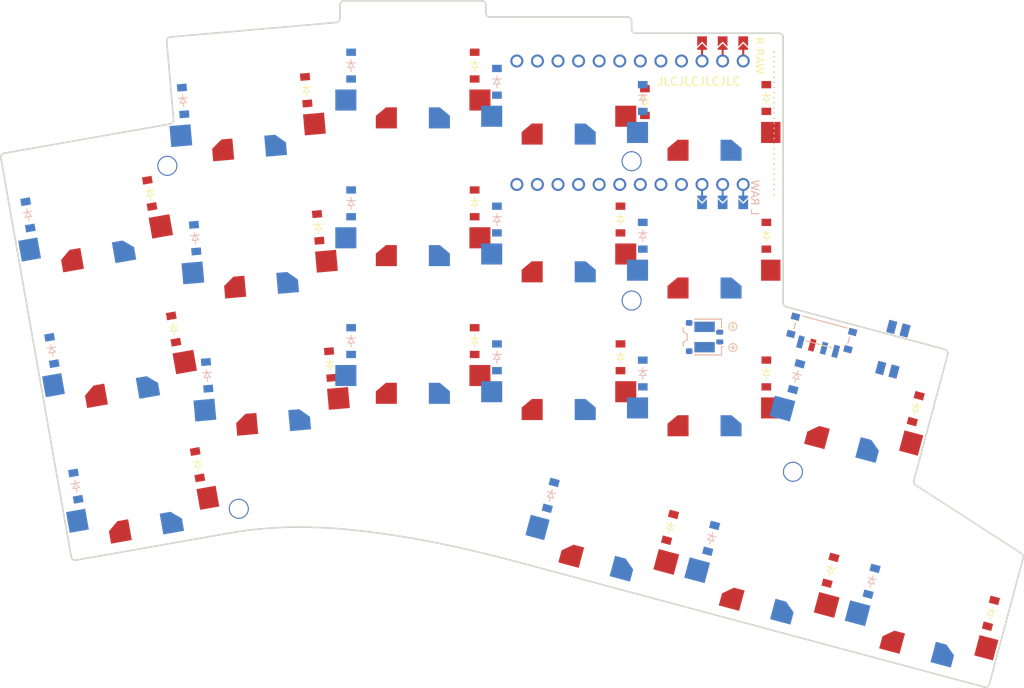
<source format=kicad_pcb>
(kicad_pcb (version 20171130) (host pcbnew 5.1.6)
  (title_block (title "leveret") (rev "v1.0.0") (company "Unknown"))
  (layers (0 F.Cu signal) (31 B.Cu signal) (34 B.Paste user) (35 F.Paste user) (36 B.SilkS user) (37 F.SilkS user) (38 B.Mask user) (39 F.Mask user) (44 Edge.Cuts user))
  (net 0 "")
  (net 1 "RAW")
  (net 2 "GND")
  (net 3 "RST")
  (net 4 "P5")
  (net 5 "P6")
  (net 6 "P7")
  (net 7 "P8")
  (net 8 "R4")
  (net 9 "R3")
  (net 10 "R2")
  (net 11 "R1")
  (net 12 "C7")
  (net 13 "C6")
  (net 14 "C5")
  (net 15 "C4")
  (net 16 "C3")
  (net 17 "C2")
  (net 18 "C1")
  (net 19 "P13")
  (net 20 "ring_bottom")
  (net 21 "ring_home")
  (net 22 "ring_top")
  (net 23 "middle_bottom")
  (net 24 "middle_home")
  (net 25 "middle_top")
  (net 26 "index_bottom")
  (net 27 "index_home")
  (net 28 "index_top")
  (net 29 "inner_bottom")
  (net 30 "base_lower")
  (net 31 "pinky_home")
  (net 32 "pinky_top")
  (net 33 "flexion_lower")
  (net 34 "inner_home")
  (net 35 "inner_top")
  (net 36 "base_upper")
  (net 37 "extension_lower")
  (net 38 "pinky_bottom")
  (net 39 "BAT_P")
  (net 40 "PAD_3")
  (net 41 "PAD_4")
  (net 42 "PAD_5")
  (module leveret_edge_cuts (layer Edge.Cuts) (at 134.0067282 83.43090169999999 0)
    (fp_text reference "O1" hide)
    (fp_text value leveret_edge_cuts hide)
    (fp_line (start -50.85347 -23.107964) (end -42.171163 26.132441) (stroke (width 0.2)) (layer "Edge.Cuts"))
    (fp_line (start -41.591871 26.537466) (end -23.471601 23.342495) (stroke (width 0.2)) (layer "Edge.Cuts"))
    (fp_line (start -30.384523 -37.493848) (end -29.539732 -27.836914) (stroke (width 0.2)) (layer "Edge.Cuts"))
    (fp_line (start -29.950928 -27.30091) (end -50.447835 -23.686998) (stroke (width 0.2)) (layer "Edge.Cuts"))
    (fp_line (start -23.471601 23.342495) (end -22.727811 23.211515) (stroke (width 0.2)) (layer "Edge.Cuts"))
    (fp_line (start -9.45766 -39.826768) (end -29.930028 -38.035834) (stroke (width 0.2)) (layer "Edge.Cuts"))
    (fp_line (start -9.001267 -41.998801) (end -9.001267 -40.324809) (stroke (width 0.2)) (layer "Edge.Cuts"))
    (fp_line (start 8.498533 -42.498796) (end -8.501273 -42.498796) (stroke (width 0.2)) (layer "Edge.Cuts"))
    (fp_line (start 8.998528 -40.998813) (end 8.998528 -41.998801) (stroke (width 0.2)) (layer "Edge.Cuts"))
    (fp_line (start 12.440391 26.636464) (end 13.161982 26.829455) (stroke (width 0.2)) (layer "Edge.Cuts"))
    (fp_line (start 13.161982 26.829455) (end 70.53703 42.203242) (stroke (width 0.2)) (layer "Edge.Cuts"))
    (fp_line (start 26.498332 -40.498818) (end 9.498522 -40.498818) (stroke (width 0.2)) (layer "Edge.Cuts"))
    (fp_line (start 26.998326 -38.998836) (end 26.998326 -39.998824) (stroke (width 0.2)) (layer "Edge.Cuts"))
    (fp_line (start 45.198116 -38.498841) (end 27.498321 -38.498841) (stroke (width 0.2)) (layer "Edge.Cuts"))
    (fp_line (start 45.69811 -5.211196) (end 45.69811 -37.998847) (stroke (width 0.2)) (layer "Edge.Cuts"))
    (fp_line (start 61.837125 16.718547) (end 66.01308 1.132726) (stroke (width 0.2)) (layer "Edge.Cuts"))
    (fp_line (start 65.65908 0.520734) (end 46.068605 -4.728169) (stroke (width 0.2)) (layer "Edge.Cuts"))
    (fp_line (start 71.150022 41.849242) (end 75.325969 26.263421) (stroke (width 0.2)) (layer "Edge.Cuts"))
    (fp_line (start 75.113974 25.714477) (end 62.048121 17.268529) (stroke (width 0.2)) (layer "Edge.Cuts"))
    (fp_curve (pts (xy -50.861 -23.195) (xy -50.861 -23.164971) (xy -50.858419 -23.135979) (xy -50.85347 -23.107964)) (stroke (width 0.2)) (layer "Edge.Cuts"))
    (fp_curve (pts (xy -50.447835 -23.686998) (xy -50.682482 -23.645983) (xy -50.861 -23.440968) (xy -50.861 -23.195)) (stroke (width 0.2)) (layer "Edge.Cuts"))
    (fp_curve (pts (xy -42.171163 26.132441) (xy -42.130017 26.366447) (xy -41.925063 26.545462) (xy -41.678694 26.545462)) (stroke (width 0.2)) (layer "Edge.Cuts"))
    (fp_curve (pts (xy -41.678694 26.545462) (xy -41.649081 26.545462) (xy -41.620067 26.542471) (xy -41.591871 26.537466)) (stroke (width 0.2)) (layer "Edge.Cuts"))
    (fp_curve (pts (xy -30.386422 -37.537793) (xy -30.386422 -37.522839) (xy -30.385823 -37.507825) (xy -30.384523 -37.493848)) (stroke (width 0.2)) (layer "Edge.Cuts"))
    (fp_curve (pts (xy -29.950928 -27.30091) (xy -29.716331 -27.341925) (xy -29.537833 -27.54694) (xy -29.537833 -27.793946)) (stroke (width 0.2)) (layer "Edge.Cuts"))
    (fp_curve (pts (xy -29.930028 -38.035834) (xy -30.185625 -38.0138) (xy -30.386422 -37.798837) (xy -30.386422 -37.537793)) (stroke (width 0.2)) (layer "Edge.Cuts"))
    (fp_curve (pts (xy -29.537833 -27.793946) (xy -29.537833 -27.807923) (xy -29.538433 -27.822938) (xy -29.539632 -27.836914)) (stroke (width 0.2)) (layer "Edge.Cuts"))
    (fp_curve (pts (xy -22.727811 23.211515) (xy -22.232016 23.123503) (xy -21.489124 23.011505) (xy -20.499135 22.874483)) (stroke (width 0.2)) (layer "Edge.Cuts"))
    (fp_curve (pts (xy -20.499135 22.874483) (xy -19.509147 22.73746) (xy -18.27416 22.623509) (xy -16.794277 22.532507)) (stroke (width 0.2)) (layer "Edge.Cuts"))
    (fp_curve (pts (xy -16.794277 22.532507) (xy -15.314294 22.440467) (xy -13.592314 22.431495) (xy -11.628236 22.506506)) (stroke (width 0.2)) (layer "Edge.Cuts"))
    (fp_curve (pts (xy -11.628236 22.506506) (xy -9.664159 22.581517) (xy -7.460983 22.778476) (xy -5.018711 23.097503)) (stroke (width 0.2)) (layer "Edge.Cuts"))
    (fp_curve (pts (xy -9.457763 -39.826768) (xy -9.202063 -39.848801) (xy -9.001267 -40.063765) (xy -9.001267 -40.324809)) (stroke (width 0.2)) (layer "Edge.Cuts"))
    (fp_curve (pts (xy -8.501273 -42.498796) (xy -8.777271 -42.498796) (xy -9.001267 -42.274799) (xy -9.001267 -41.998801)) (stroke (width 0.2)) (layer "Edge.Cuts"))
    (fp_curve (pts (xy -5.018711 23.097503) (xy -2.57644 23.415492) (xy -0.383564 23.762473) (xy 1.560014 24.138445)) (stroke (width 0.2)) (layer "Edge.Cuts"))
    (fp_curve (pts (xy 1.560014 24.138445) (xy 3.503492 24.513441) (xy 5.200674 24.868479) (xy 6.651455 25.202459)) (stroke (width 0.2)) (layer "Edge.Cuts"))
    (fp_curve (pts (xy 6.651455 25.202459) (xy 8.102137 25.537477) (xy 9.309426 25.827452) (xy 10.273213 26.073482)) (stroke (width 0.2)) (layer "Edge.Cuts"))
    (fp_curve (pts (xy 8.998528 -41.998801) (xy 8.998528 -42.274799) (xy 8.774531 -42.498796) (xy 8.498533 -42.498796)) (stroke (width 0.2)) (layer "Edge.Cuts"))
    (fp_curve (pts (xy 8.998528 -40.998813) (xy 8.998528 -40.722815) (xy 9.222524 -40.498818) (xy 9.498522 -40.498818)) (stroke (width 0.2)) (layer "Edge.Cuts"))
    (fp_curve (pts (xy 10.273213 26.073482) (xy 11.237005 26.319451) (xy 11.959393 26.507437) (xy 12.440391 26.636464)) (stroke (width 0.2)) (layer "Edge.Cuts"))
    (fp_curve (pts (xy 26.998326 -39.998824) (xy 26.998326 -40.274822) (xy 26.774322 -40.498818) (xy 26.498332 -40.498818)) (stroke (width 0.2)) (layer "Edge.Cuts"))
    (fp_curve (pts (xy 26.998326 -38.998836) (xy 26.998326 -38.722838) (xy 27.222323 -38.498841) (xy 27.498321 -38.498841)) (stroke (width 0.2)) (layer "Edge.Cuts"))
    (fp_curve (pts (xy 45.69811 -37.998847) (xy 45.69811 -38.274845) (xy 45.474114 -38.498841) (xy 45.198116 -38.498841)) (stroke (width 0.2)) (layer "Edge.Cuts"))
    (fp_curve (pts (xy 45.69811 -5.211196) (xy 45.69811 -4.98018) (xy 45.855312 -4.785175) (xy 46.068605 -4.728169)) (stroke (width 0.2)) (layer "Edge.Cuts"))
    (fp_curve (pts (xy 61.820127 16.848551) (xy 61.820127 17.024574) (xy 61.911129 17.17954) (xy 62.048121 17.268529)) (stroke (width 0.2)) (layer "Edge.Cuts"))
    (fp_curve (pts (xy 61.837125 16.718547) (xy 61.826123 16.760539) (xy 61.820127 16.803568) (xy 61.820127 16.848551)) (stroke (width 0.2)) (layer "Edge.Cuts"))
    (fp_curve (pts (xy 66.01308 1.132726) (xy 66.024081 1.091711) (xy 66.030078 1.048743) (xy 66.030078 1.00376)) (stroke (width 0.2)) (layer "Edge.Cuts"))
    (fp_curve (pts (xy 66.030078 1.00376) (xy 66.030078 0.772745) (xy 65.873082 0.57774) (xy 65.65908 0.520734)) (stroke (width 0.2)) (layer "Edge.Cuts"))
    (fp_curve (pts (xy 70.53703 42.203242) (xy 70.579029 42.214289) (xy 70.622028 42.220271) (xy 70.667026 42.220271)) (stroke (width 0.2)) (layer "Edge.Cuts"))
    (fp_curve (pts (xy 70.667026 42.220271) (xy 70.898026 42.220271) (xy 71.093024 42.06329) (xy 71.150022 41.849242)) (stroke (width 0.2)) (layer "Edge.Cuts"))
    (fp_curve (pts (xy 75.325969 26.263421) (xy 75.336971 26.222467) (xy 75.342975 26.178461) (xy 75.342975 26.134455)) (stroke (width 0.2)) (layer "Edge.Cuts"))
    (fp_curve (pts (xy 75.342975 26.134455) (xy 75.342975 25.958432) (xy 75.251973 25.803466) (xy 75.113974 25.714477)) (stroke (width 0.2)) (layer "Edge.Cuts"))
  )
  (module nice_nano_v2_expanded (layer F.Cu) (at 161.3067282 55.980901599999996 0)
    (fp_text reference "MCU1" hide)
    (fp_text value "ProMicro")
    (fp_text user "L RAW" (at 14.27325 11.43 270 unlocked) (layer "B.SilkS") (effects (justify left bottom mirror)))
    (fp_text user "R RAW" (at 14.861009 -10.578595 270 unlocked) (layer "F.SilkS") (effects (justify left bottom)))
    (fp_line (start 8.39325 -7.62) (end 8.39325 -9.398) (stroke (width 0.254)) (layer "F.Cu"))
    (fp_line (start 10.93325 -7.62) (end 10.93325 -9.398) (stroke (width 0.254)) (layer "F.Cu"))
    (fp_line (start 13.47325 -7.62) (end 13.47325 -9.398) (stroke (width 0.254)) (layer "F.Cu"))
    (fp_line (start 8.39325 7.62) (end 8.39325 9.398) (stroke (width 0.254)) (layer "B.Cu"))
    (fp_line (start 10.93325 7.62) (end 10.93325 9.398) (stroke (width 0.254)) (layer "B.Cu"))
    (fp_line (start 13.47325 7.62) (end 13.47325 9.398) (stroke (width 0.254)) (layer "B.Cu"))
    (pad "" smd custom (at 8.39325 -9.398 180) (size 0.1 0.1) (layers "F.Cu" "F.Mask") (options (clearance outline) (anchor rect)) (primitives (gr_poly (pts (xy 0.6 -0.4) (xy -0.6 -0.4) (xy -0.6 -0.2) (xy 0 0.4) (xy 0.6 -0.2)) (width 0) (fill yes))))
    (pad "" thru_hole circle (at 8.39325 -7.62 180) (size 1.6 1.6) (drill 1.1) (layers "*.Cu" "*.Paste" "*.Mask"))
    (pad "" thru_hole circle (at 8.39325 7.62 180) (size 1.6 1.6) (drill 1.1) (layers "*.Cu" "*.Paste" "*.Mask"))
    (pad "" smd custom (at 8.39325 9.398) (size 0.1 0.1) (layers "B.Cu" "B.Mask") (options (clearance outline) (anchor rect)) (primitives (gr_poly (pts (xy 0.6 -0.4) (xy -0.6 -0.4) (xy -0.6 -0.2) (xy 0 0.4) (xy 0.6 -0.2)) (width 0) (fill yes))))
    (pad "" smd custom (at 10.93325 -9.398 180) (size 0.1 0.1) (layers "F.Cu" "F.Mask") (options (clearance outline) (anchor rect)) (primitives (gr_poly (pts (xy 0.6 -0.4) (xy -0.6 -0.4) (xy -0.6 -0.2) (xy 0 0.4) (xy 0.6 -0.2)) (width 0) (fill yes))))
    (pad "" thru_hole circle (at 10.93325 -7.62 180) (size 1.6 1.6) (drill 1.1) (layers "*.Cu" "*.Paste" "*.Mask"))
    (pad "" thru_hole circle (at 10.93325 7.62 180) (size 1.6 1.6) (drill 1.1) (layers "*.Cu" "*.Paste" "*.Mask"))
    (pad "" smd custom (at 10.93325 9.398) (size 0.1 0.1) (layers "B.Cu" "B.Mask") (options (clearance outline) (anchor rect)) (primitives (gr_poly (pts (xy 0.6 -0.4) (xy -0.6 -0.4) (xy -0.6 -0.2) (xy 0 0.4) (xy 0.6 -0.2)) (width 0) (fill yes))))
    (pad "" smd custom (at 13.47325 -9.398 180) (size 0.1 0.1) (layers "F.Cu" "F.Mask") (options (clearance outline) (anchor rect)) (primitives (gr_poly (pts (xy 0.6 -0.4) (xy -0.6 -0.4) (xy -0.6 -0.2) (xy 0 0.4) (xy 0.6 -0.2)) (width 0) (fill yes))))
    (pad "" thru_hole circle (at 13.47325 -7.62 180) (size 1.6 1.6) (drill 1.1) (layers "*.Cu" "*.Paste" "*.Mask"))
    (pad "" thru_hole circle (at 13.47325 7.62 180) (size 1.6 1.6) (drill 1.1) (layers "*.Cu" "*.Paste" "*.Mask"))
    (pad "" smd custom (at 13.47325 9.398) (size 0.1 0.1) (layers "B.Cu" "B.Mask") (options (clearance outline) (anchor rect)) (primitives (gr_poly (pts (xy 0.6 -0.4) (xy -0.6 -0.4) (xy -0.6 -0.2) (xy 0 0.4) (xy 0.6 -0.2)) (width 0) (fill yes))))
    (pad "1" smd custom (at 13.47325 -10.414) (size 1.2 0.5) (layers "F.Cu" "F.Mask") (net 1 "RAW") (options (clearance outline) (anchor rect)) (primitives (gr_poly (pts (xy 0.6 0) (xy -0.6 0) (xy -0.6 1) (xy 0 0.4) (xy 0.6 1)) (width 0) (fill yes))))
    (pad "1" smd custom (at 13.47325 10.414) (size 1.2 0.5) (layers "B.Cu" "B.Mask") (net 1 "RAW") (options (clearance outline) (anchor rect)) (primitives (gr_poly (pts (xy 0.6 0) (xy -0.6 0) (xy -0.6 -1) (xy 0 -0.4) (xy 0.6 -1)) (width 0) (fill yes))))
    (pad "2" smd custom (at 10.93325 -10.414 180) (size 1.2 0.5) (layers "F.Cu" "F.Mask") (net 2 "GND") (options (clearance outline) (anchor rect)) (primitives (gr_poly (pts (xy 0.6 0) (xy -0.6 0) (xy -0.6 -1) (xy 0 -0.4) (xy 0.6 -1)) (width 0) (fill yes))))
    (pad "2" smd custom (at 10.93325 10.414) (size 1.2 0.5) (layers "B.Cu" "B.Mask") (net 2 "GND") (options (clearance outline) (anchor rect)) (primitives (gr_poly (pts (xy 0.6 0) (xy -0.6 0) (xy -0.6 -1) (xy 0 -0.4) (xy 0.6 -1)) (width 0) (fill yes))))
    (pad "3" smd custom (at 8.39325 -10.414 180) (size 1.2 0.5) (layers "F.Cu" "F.Mask") (net 3 "RST") (options (clearance outline) (anchor rect)) (primitives (gr_poly (pts (xy 0.6 0) (xy -0.6 0) (xy -0.6 -1) (xy 0 -0.4) (xy 0.6 -1)) (width 0) (fill yes))))
    (pad "3" smd custom (at 8.39325 10.414) (size 1.2 0.5) (layers "B.Cu" "B.Mask") (net 3 "RST") (options (clearance outline) (anchor rect)) (primitives (gr_poly (pts (xy 0.6 0) (xy -0.6 0) (xy -0.6 -1) (xy 0 -0.4) (xy 0.6 -1)) (width 0) (fill yes))))
    (pad "4" thru_hole circle (at 5.85325 -7.62 180) (size 1.6 1.6) (drill 1.1) (layers "*.Cu" "*.Paste" "*.Mask"))
    (pad "5" thru_hole circle (at 3.31325 -7.62 180) (size 1.6 1.6) (drill 1.1) (layers "*.Cu" "*.Paste" "*.Mask") (net 4 "P5"))
    (pad "6" thru_hole circle (at 0.77325 -7.62 180) (size 1.6 1.6) (drill 1.1) (layers "*.Cu" "*.Paste" "*.Mask") (net 5 "P6"))
    (pad "7" thru_hole circle (at -1.76675 -7.62 180) (size 1.6 1.6) (drill 1.1) (layers "*.Cu" "*.Paste" "*.Mask") (net 6 "P7"))
    (pad "8" thru_hole circle (at -4.30675 -7.62 180) (size 1.6 1.6) (drill 1.1) (layers "*.Cu" "*.Paste" "*.Mask") (net 7 "P8"))
    (pad "9" thru_hole circle (at -6.84675 -7.62 180) (size 1.6 1.6) (drill 1.1) (layers "*.Cu" "*.Paste" "*.Mask") (net 8 "R4"))
    (pad "10" thru_hole circle (at -9.38675 -7.62 180) (size 1.6 1.6) (drill 1.1) (layers "*.Cu" "*.Paste" "*.Mask") (net 9 "R3"))
    (pad "11" thru_hole circle (at -11.92675 -7.62 180) (size 1.6 1.6) (drill 1.1) (layers "*.Cu" "*.Paste" "*.Mask") (net 10 "R2"))
    (pad "12" thru_hole circle (at -14.46675 -7.62 180) (size 1.6 1.6) (drill 1.1) (layers "*.Cu" "*.Paste" "*.Mask") (net 11 "R1"))
    (pad "13" thru_hole circle (at -14.46675 7.62 180) (size 1.6 1.6) (drill 1.1) (layers "*.Cu" "*.Paste" "*.Mask") (net 19 "P13"))
    (pad "14" thru_hole circle (at -11.92675 7.62 180) (size 1.6 1.6) (drill 1.1) (layers "*.Cu" "*.Paste" "*.Mask") (net 18 "C1"))
    (pad "15" thru_hole circle (at -9.38675 7.62 180) (size 1.6 1.6) (drill 1.1) (layers "*.Cu" "*.Paste" "*.Mask") (net 17 "C2"))
    (pad "16" thru_hole circle (at -6.84675 7.62 180) (size 1.6 1.6) (drill 1.1) (layers "*.Cu" "*.Paste" "*.Mask") (net 16 "C3"))
    (pad "17" thru_hole circle (at -4.30675 7.62 180) (size 1.6 1.6) (drill 1.1) (layers "*.Cu" "*.Paste" "*.Mask") (net 15 "C4"))
    (pad "18" thru_hole circle (at -1.76675 7.62 180) (size 1.6 1.6) (drill 1.1) (layers "*.Cu" "*.Paste" "*.Mask") (net 14 "C5"))
    (pad "19" thru_hole circle (at 0.77325 7.62 180) (size 1.6 1.6) (drill 1.1) (layers "*.Cu" "*.Paste" "*.Mask") (net 13 "C6"))
    (pad "20" thru_hole circle (at 3.31325 7.62 180) (size 1.6 1.6) (drill 1.1) (layers "*.Cu" "*.Paste" "*.Mask") (net 12 "C7"))
    (pad "21" thru_hole circle (at 5.85325 7.62 180) (size 1.6 1.6) (drill 1.1) (layers "*.Cu" "*.Paste" "*.Mask"))
  )
  (module PG1350 (layer F.Cu) (at 116.2495351 86.9920945 185)
    (fp_text reference "S1" hide)
    (pad "" np_thru_hole circle (at 0 0) (size 3.429 3.429) (drill 3.429) (layers *.Cu *.Mask))
    (pad "" np_thru_hole circle (at 5.5 0) (size 1.7018 1.7018) (drill 1.7018) (layers *.Cu *.Mask))
    (pad "" np_thru_hole circle (at -5.5 0) (size 1.7018 1.7018) (drill 1.7018) (layers *.Cu *.Mask))
    (pad "" np_thru_hole circle (at 0 -5.95) (size 3 3) (drill 3) (layers *.Cu *.Mask))
    (pad 1 smd custom (at -3.275 -5.95 185) (size 1 1) (layers B.Cu B.Paste B.Mask) (options (clearance outline) (anchor rect)) (primitives (gr_poly (pts (xy -1.3 -1.3) (xy -1.3 0.25) (xy -0.05 1.3) (xy 1.3 1.3) (xy 1.3 -1.3)) (width 0))) (net 17 "C2"))
    (pad 2 smd rect (at 8.275 -3.75 185) (size 2.6 2.6) (layers B.Cu B.Paste B.Mask) (net 20 "ring_bottom"))
    (pad "" np_thru_hole circle (at 5 -3.75 195) (size 3 3) (drill 3) (layers *.Cu *.Mask))
    (pad 1 smd custom (at 3.275 -5.95 185) (size 0.5 0.5) (layers F.Cu F.Paste F.Mask) (options (clearance outline) (anchor rect)) (primitives (gr_poly (pts (xy -1.3 -1.3) (xy -1.3 1.3) (xy 0.05 1.3) (xy 1.3 0.25) (xy 1.3 -1.3)) (width 0))) (net 17 "C2"))
    (pad 2 smd rect (at -8.275 -3.75 185) (size 2.6 2.6) (layers F.Cu F.Paste F.Mask) (net 20 "ring_bottom"))
    (pad "" np_thru_hole circle (at -5 -3.75 195) (size 3 3) (drill 3) (layers *.Cu *.Mask))
  )
  (module PG1350 (layer F.Cu) (at 114.7678875 70.05678459999999 185)
    (fp_text reference "S2" hide)
    (pad "" np_thru_hole circle (at 0 0) (size 3.429 3.429) (drill 3.429) (layers *.Cu *.Mask))
    (pad "" np_thru_hole circle (at 5.5 0) (size 1.7018 1.7018) (drill 1.7018) (layers *.Cu *.Mask))
    (pad "" np_thru_hole circle (at -5.5 0) (size 1.7018 1.7018) (drill 1.7018) (layers *.Cu *.Mask))
    (pad "" np_thru_hole circle (at 0 -5.95) (size 3 3) (drill 3) (layers *.Cu *.Mask))
    (pad 1 smd custom (at -3.275 -5.95 185) (size 1 1) (layers B.Cu B.Paste B.Mask) (options (clearance outline) (anchor rect)) (primitives (gr_poly (pts (xy -1.3 -1.3) (xy -1.3 0.25) (xy -0.05 1.3) (xy 1.3 1.3) (xy 1.3 -1.3)) (width 0))) (net 17 "C2"))
    (pad 2 smd rect (at 8.275 -3.75 185) (size 2.6 2.6) (layers B.Cu B.Paste B.Mask) (net 21 "ring_home"))
    (pad "" np_thru_hole circle (at 5 -3.75 195) (size 3 3) (drill 3) (layers *.Cu *.Mask))
    (pad 1 smd custom (at 3.275 -5.95 185) (size 0.5 0.5) (layers F.Cu F.Paste F.Mask) (options (clearance outline) (anchor rect)) (primitives (gr_poly (pts (xy -1.3 -1.3) (xy -1.3 1.3) (xy 0.05 1.3) (xy 1.3 0.25) (xy 1.3 -1.3)) (width 0))) (net 17 "C2"))
    (pad 2 smd rect (at -8.275 -3.75 185) (size 2.6 2.6) (layers F.Cu F.Paste F.Mask) (net 21 "ring_home"))
    (pad "" np_thru_hole circle (at -5 -3.75 195) (size 3 3) (drill 3) (layers *.Cu *.Mask))
  )
  (module PG1350 (layer F.Cu) (at 113.2862399 53.121474699999986 185)
    (fp_text reference "S3" hide)
    (pad "" np_thru_hole circle (at 0 0) (size 3.429 3.429) (drill 3.429) (layers *.Cu *.Mask))
    (pad "" np_thru_hole circle (at 5.5 0) (size 1.7018 1.7018) (drill 1.7018) (layers *.Cu *.Mask))
    (pad "" np_thru_hole circle (at -5.5 0) (size 1.7018 1.7018) (drill 1.7018) (layers *.Cu *.Mask))
    (pad "" np_thru_hole circle (at 0 -5.95) (size 3 3) (drill 3) (layers *.Cu *.Mask))
    (pad 1 smd custom (at -3.275 -5.95 185) (size 1 1) (layers B.Cu B.Paste B.Mask) (options (clearance outline) (anchor rect)) (primitives (gr_poly (pts (xy -1.3 -1.3) (xy -1.3 0.25) (xy -0.05 1.3) (xy 1.3 1.3) (xy 1.3 -1.3)) (width 0))) (net 17 "C2"))
    (pad 2 smd rect (at 8.275 -3.75 185) (size 2.6 2.6) (layers B.Cu B.Paste B.Mask) (net 22 "ring_top"))
    (pad "" np_thru_hole circle (at 5 -3.75 195) (size 3 3) (drill 3) (layers *.Cu *.Mask))
    (pad 1 smd custom (at 3.275 -5.95 185) (size 0.5 0.5) (layers F.Cu F.Paste F.Mask) (options (clearance outline) (anchor rect)) (primitives (gr_poly (pts (xy -1.3 -1.3) (xy -1.3 1.3) (xy 0.05 1.3) (xy 1.3 0.25) (xy 1.3 -1.3)) (width 0))) (net 17 "C2"))
    (pad 2 smd rect (at -8.275 -3.75 185) (size 2.6 2.6) (layers F.Cu F.Paste F.Mask) (net 22 "ring_top"))
    (pad "" np_thru_hole circle (at -5 -3.75 195) (size 3 3) (drill 3) (layers *.Cu *.Mask))
  )
  (module PG1350 (layer F.Cu) (at 134.0067282 83.43090169999999 180)
    (fp_text reference "S4" hide)
    (pad "" np_thru_hole circle (at 0 0) (size 3.429 3.429) (drill 3.429) (layers *.Cu *.Mask))
    (pad "" np_thru_hole circle (at 5.5 0) (size 1.7018 1.7018) (drill 1.7018) (layers *.Cu *.Mask))
    (pad "" np_thru_hole circle (at -5.5 0) (size 1.7018 1.7018) (drill 1.7018) (layers *.Cu *.Mask))
    (pad "" np_thru_hole circle (at 0 -5.95) (size 3 3) (drill 3) (layers *.Cu *.Mask))
    (pad 1 smd custom (at -3.275 -5.95 180) (size 1 1) (layers B.Cu B.Paste B.Mask) (options (clearance outline) (anchor rect)) (primitives (gr_poly (pts (xy -1.3 -1.3) (xy -1.3 0.25) (xy -0.05 1.3) (xy 1.3 1.3) (xy 1.3 -1.3)) (width 0))) (net 16 "C3"))
    (pad 2 smd rect (at 8.275 -3.75 180) (size 2.6 2.6) (layers B.Cu B.Paste B.Mask) (net 23 "middle_bottom"))
    (pad "" np_thru_hole circle (at 5 -3.75 195) (size 3 3) (drill 3) (layers *.Cu *.Mask))
    (pad 1 smd custom (at 3.275 -5.95 180) (size 0.5 0.5) (layers F.Cu F.Paste F.Mask) (options (clearance outline) (anchor rect)) (primitives (gr_poly (pts (xy -1.3 -1.3) (xy -1.3 1.3) (xy 0.05 1.3) (xy 1.3 0.25) (xy 1.3 -1.3)) (width 0))) (net 16 "C3"))
    (pad 2 smd rect (at -8.275 -3.75 180) (size 2.6 2.6) (layers F.Cu F.Paste F.Mask) (net 23 "middle_bottom"))
    (pad "" np_thru_hole circle (at -5 -3.75 195) (size 3 3) (drill 3) (layers *.Cu *.Mask))
  )
  (module PG1350 (layer F.Cu) (at 134.0067282 66.43090169999999 180)
    (fp_text reference "S5" hide)
    (pad "" np_thru_hole circle (at 0 0) (size 3.429 3.429) (drill 3.429) (layers *.Cu *.Mask))
    (pad "" np_thru_hole circle (at 5.5 0) (size 1.7018 1.7018) (drill 1.7018) (layers *.Cu *.Mask))
    (pad "" np_thru_hole circle (at -5.5 0) (size 1.7018 1.7018) (drill 1.7018) (layers *.Cu *.Mask))
    (pad "" np_thru_hole circle (at 0 -5.95) (size 3 3) (drill 3) (layers *.Cu *.Mask))
    (pad 1 smd custom (at -3.275 -5.95 180) (size 1 1) (layers B.Cu B.Paste B.Mask) (options (clearance outline) (anchor rect)) (primitives (gr_poly (pts (xy -1.3 -1.3) (xy -1.3 0.25) (xy -0.05 1.3) (xy 1.3 1.3) (xy 1.3 -1.3)) (width 0))) (net 16 "C3"))
    (pad 2 smd rect (at 8.275 -3.75 180) (size 2.6 2.6) (layers B.Cu B.Paste B.Mask) (net 24 "middle_home"))
    (pad "" np_thru_hole circle (at 5 -3.75 195) (size 3 3) (drill 3) (layers *.Cu *.Mask))
    (pad 1 smd custom (at 3.275 -5.95 180) (size 0.5 0.5) (layers F.Cu F.Paste F.Mask) (options (clearance outline) (anchor rect)) (primitives (gr_poly (pts (xy -1.3 -1.3) (xy -1.3 1.3) (xy 0.05 1.3) (xy 1.3 0.25) (xy 1.3 -1.3)) (width 0))) (net 16 "C3"))
    (pad 2 smd rect (at -8.275 -3.75 180) (size 2.6 2.6) (layers F.Cu F.Paste F.Mask) (net 24 "middle_home"))
    (pad "" np_thru_hole circle (at -5 -3.75 195) (size 3 3) (drill 3) (layers *.Cu *.Mask))
  )
  (module PG1350 (layer F.Cu) (at 134.0067282 49.43090169999999 180)
    (fp_text reference "S6" hide)
    (pad "" np_thru_hole circle (at 0 0) (size 3.429 3.429) (drill 3.429) (layers *.Cu *.Mask))
    (pad "" np_thru_hole circle (at 5.5 0) (size 1.7018 1.7018) (drill 1.7018) (layers *.Cu *.Mask))
    (pad "" np_thru_hole circle (at -5.5 0) (size 1.7018 1.7018) (drill 1.7018) (layers *.Cu *.Mask))
    (pad "" np_thru_hole circle (at 0 -5.95) (size 3 3) (drill 3) (layers *.Cu *.Mask))
    (pad 1 smd custom (at -3.275 -5.95 180) (size 1 1) (layers B.Cu B.Paste B.Mask) (options (clearance outline) (anchor rect)) (primitives (gr_poly (pts (xy -1.3 -1.3) (xy -1.3 0.25) (xy -0.05 1.3) (xy 1.3 1.3) (xy 1.3 -1.3)) (width 0))) (net 16 "C3"))
    (pad 2 smd rect (at 8.275 -3.75 180) (size 2.6 2.6) (layers B.Cu B.Paste B.Mask) (net 25 "middle_top"))
    (pad "" np_thru_hole circle (at 5 -3.75 195) (size 3 3) (drill 3) (layers *.Cu *.Mask))
    (pad 1 smd custom (at 3.275 -5.95 180) (size 0.5 0.5) (layers F.Cu F.Paste F.Mask) (options (clearance outline) (anchor rect)) (primitives (gr_poly (pts (xy -1.3 -1.3) (xy -1.3 1.3) (xy 0.05 1.3) (xy 1.3 0.25) (xy 1.3 -1.3)) (width 0))) (net 16 "C3"))
    (pad 2 smd rect (at -8.275 -3.75 180) (size 2.6 2.6) (layers F.Cu F.Paste F.Mask) (net 25 "middle_top"))
    (pad "" np_thru_hole circle (at -5 -3.75 195) (size 3 3) (drill 3) (layers *.Cu *.Mask))
  )
  (module PG1350 (layer F.Cu) (at 152.0067282 85.43090169999999 180)
    (fp_text reference "S7" hide)
    (pad "" np_thru_hole circle (at 0 0) (size 3.429 3.429) (drill 3.429) (layers *.Cu *.Mask))
    (pad "" np_thru_hole circle (at 5.5 0) (size 1.7018 1.7018) (drill 1.7018) (layers *.Cu *.Mask))
    (pad "" np_thru_hole circle (at -5.5 0) (size 1.7018 1.7018) (drill 1.7018) (layers *.Cu *.Mask))
    (pad "" np_thru_hole circle (at 0 -5.95) (size 3 3) (drill 3) (layers *.Cu *.Mask))
    (pad 1 smd custom (at -3.275 -5.95 180) (size 1 1) (layers B.Cu B.Paste B.Mask) (options (clearance outline) (anchor rect)) (primitives (gr_poly (pts (xy -1.3 -1.3) (xy -1.3 0.25) (xy -0.05 1.3) (xy 1.3 1.3) (xy 1.3 -1.3)) (width 0))) (net 15 "C4"))
    (pad 2 smd rect (at 8.275 -3.75 180) (size 2.6 2.6) (layers B.Cu B.Paste B.Mask) (net 26 "index_bottom"))
    (pad "" np_thru_hole circle (at 5 -3.75 195) (size 3 3) (drill 3) (layers *.Cu *.Mask))
    (pad 1 smd custom (at 3.275 -5.95 180) (size 0.5 0.5) (layers F.Cu F.Paste F.Mask) (options (clearance outline) (anchor rect)) (primitives (gr_poly (pts (xy -1.3 -1.3) (xy -1.3 1.3) (xy 0.05 1.3) (xy 1.3 0.25) (xy 1.3 -1.3)) (width 0))) (net 15 "C4"))
    (pad 2 smd rect (at -8.275 -3.75 180) (size 2.6 2.6) (layers F.Cu F.Paste F.Mask) (net 26 "index_bottom"))
    (pad "" np_thru_hole circle (at -5 -3.75 195) (size 3 3) (drill 3) (layers *.Cu *.Mask))
  )
  (module PG1350 (layer F.Cu) (at 152.0067282 68.43090169999999 180)
    (fp_text reference "S8" hide)
    (pad "" np_thru_hole circle (at 0 0) (size 3.429 3.429) (drill 3.429) (layers *.Cu *.Mask))
    (pad "" np_thru_hole circle (at 5.5 0) (size 1.7018 1.7018) (drill 1.7018) (layers *.Cu *.Mask))
    (pad "" np_thru_hole circle (at -5.5 0) (size 1.7018 1.7018) (drill 1.7018) (layers *.Cu *.Mask))
    (pad "" np_thru_hole circle (at 0 -5.95) (size 3 3) (drill 3) (layers *.Cu *.Mask))
    (pad 1 smd custom (at -3.275 -5.95 180) (size 1 1) (layers B.Cu B.Paste B.Mask) (options (clearance outline) (anchor rect)) (primitives (gr_poly (pts (xy -1.3 -1.3) (xy -1.3 0.25) (xy -0.05 1.3) (xy 1.3 1.3) (xy 1.3 -1.3)) (width 0))) (net 15 "C4"))
    (pad 2 smd rect (at 8.275 -3.75 180) (size 2.6 2.6) (layers B.Cu B.Paste B.Mask) (net 27 "index_home"))
    (pad "" np_thru_hole circle (at 5 -3.75 195) (size 3 3) (drill 3) (layers *.Cu *.Mask))
    (pad 1 smd custom (at 3.275 -5.95 180) (size 0.5 0.5) (layers F.Cu F.Paste F.Mask) (options (clearance outline) (anchor rect)) (primitives (gr_poly (pts (xy -1.3 -1.3) (xy -1.3 1.3) (xy 0.05 1.3) (xy 1.3 0.25) (xy 1.3 -1.3)) (width 0))) (net 15 "C4"))
    (pad 2 smd rect (at -8.275 -3.75 180) (size 2.6 2.6) (layers F.Cu F.Paste F.Mask) (net 27 "index_home"))
    (pad "" np_thru_hole circle (at -5 -3.75 195) (size 3 3) (drill 3) (layers *.Cu *.Mask))
  )
  (module PG1350 (layer F.Cu) (at 152.0067282 51.43090169999999 180)
    (fp_text reference "S9" hide)
    (pad "" np_thru_hole circle (at 0 0) (size 3.429 3.429) (drill 3.429) (layers *.Cu *.Mask))
    (pad "" np_thru_hole circle (at 5.5 0) (size 1.7018 1.7018) (drill 1.7018) (layers *.Cu *.Mask))
    (pad "" np_thru_hole circle (at -5.5 0) (size 1.7018 1.7018) (drill 1.7018) (layers *.Cu *.Mask))
    (pad "" np_thru_hole circle (at 0 -5.95) (size 3 3) (drill 3) (layers *.Cu *.Mask))
    (pad 1 smd custom (at -3.275 -5.95 180) (size 1 1) (layers B.Cu B.Paste B.Mask) (options (clearance outline) (anchor rect)) (primitives (gr_poly (pts (xy -1.3 -1.3) (xy -1.3 0.25) (xy -0.05 1.3) (xy 1.3 1.3) (xy 1.3 -1.3)) (width 0))) (net 15 "C4"))
    (pad 2 smd rect (at 8.275 -3.75 180) (size 2.6 2.6) (layers B.Cu B.Paste B.Mask) (net 28 "index_top"))
    (pad "" np_thru_hole circle (at 5 -3.75 195) (size 3 3) (drill 3) (layers *.Cu *.Mask))
    (pad 1 smd custom (at 3.275 -5.95 180) (size 0.5 0.5) (layers F.Cu F.Paste F.Mask) (options (clearance outline) (anchor rect)) (primitives (gr_poly (pts (xy -1.3 -1.3) (xy -1.3 1.3) (xy 0.05 1.3) (xy 1.3 0.25) (xy 1.3 -1.3)) (width 0))) (net 15 "C4"))
    (pad 2 smd rect (at -8.275 -3.75 180) (size 2.6 2.6) (layers F.Cu F.Paste F.Mask) (net 28 "index_top"))
    (pad "" np_thru_hole circle (at -5 -3.75 195) (size 3 3) (drill 3) (layers *.Cu *.Mask))
  )
  (module PG1350 (layer F.Cu) (at 170.0067282 87.4309016 180)
    (fp_text reference "S10" hide)
    (pad "" np_thru_hole circle (at 0 0) (size 3.429 3.429) (drill 3.429) (layers *.Cu *.Mask))
    (pad "" np_thru_hole circle (at 5.5 0) (size 1.7018 1.7018) (drill 1.7018) (layers *.Cu *.Mask))
    (pad "" np_thru_hole circle (at -5.5 0) (size 1.7018 1.7018) (drill 1.7018) (layers *.Cu *.Mask))
    (pad "" np_thru_hole circle (at 0 -5.95) (size 3 3) (drill 3) (layers *.Cu *.Mask))
    (pad 1 smd custom (at -3.275 -5.95 180) (size 1 1) (layers B.Cu B.Paste B.Mask) (options (clearance outline) (anchor rect)) (primitives (gr_poly (pts (xy -1.3 -1.3) (xy -1.3 0.25) (xy -0.05 1.3) (xy 1.3 1.3) (xy 1.3 -1.3)) (width 0))) (net 14 "C5"))
    (pad 2 smd rect (at 8.275 -3.75 180) (size 2.6 2.6) (layers B.Cu B.Paste B.Mask) (net 29 "inner_bottom"))
    (pad "" np_thru_hole circle (at 5 -3.75 195) (size 3 3) (drill 3) (layers *.Cu *.Mask))
    (pad 1 smd custom (at 3.275 -5.95 180) (size 0.5 0.5) (layers F.Cu F.Paste F.Mask) (options (clearance outline) (anchor rect)) (primitives (gr_poly (pts (xy -1.3 -1.3) (xy -1.3 1.3) (xy 0.05 1.3) (xy 1.3 0.25) (xy 1.3 -1.3)) (width 0))) (net 14 "C5"))
    (pad 2 smd rect (at -8.275 -3.75 180) (size 2.6 2.6) (layers F.Cu F.Paste F.Mask) (net 29 "inner_bottom"))
    (pad "" np_thru_hole circle (at -5 -3.75 195) (size 3 3) (drill 3) (layers *.Cu *.Mask))
  )
  (module PG1350 (layer F.Cu) (at 178.0582076 109.736692 165)
    (fp_text reference "S11" hide)
    (pad "" np_thru_hole circle (at 0 0) (size 3.429 3.429) (drill 3.429) (layers *.Cu *.Mask))
    (pad "" np_thru_hole circle (at 5.5 0) (size 1.7018 1.7018) (drill 1.7018) (layers *.Cu *.Mask))
    (pad "" np_thru_hole circle (at -5.5 0) (size 1.7018 1.7018) (drill 1.7018) (layers *.Cu *.Mask))
    (pad "" np_thru_hole circle (at 0 -5.95) (size 3 3) (drill 3) (layers *.Cu *.Mask))
    (pad 1 smd custom (at -3.275 -5.95 165) (size 1 1) (layers B.Cu B.Paste B.Mask) (options (clearance outline) (anchor rect)) (primitives (gr_poly (pts (xy -1.3 -1.3) (xy -1.3 0.25) (xy -0.05 1.3) (xy 1.3 1.3) (xy 1.3 -1.3)) (width 0))) (net 13 "C6"))
    (pad 2 smd rect (at 8.275 -3.75 165) (size 2.6 2.6) (layers B.Cu B.Paste B.Mask) (net 30 "base_lower"))
    (pad "" np_thru_hole circle (at 5 -3.75 195) (size 3 3) (drill 3) (layers *.Cu *.Mask))
    (pad 1 smd custom (at 3.275 -5.95 165) (size 0.5 0.5) (layers F.Cu F.Paste F.Mask) (options (clearance outline) (anchor rect)) (primitives (gr_poly (pts (xy -1.3 -1.3) (xy -1.3 1.3) (xy 0.05 1.3) (xy 1.3 0.25) (xy 1.3 -1.3)) (width 0))) (net 13 "C6"))
    (pad 2 smd rect (at -8.275 -3.75 165) (size 2.6 2.6) (layers F.Cu F.Paste F.Mask) (net 30 "base_lower"))
    (pad "" np_thru_hole circle (at -5 -3.75 195) (size 3 3) (drill 3) (layers *.Cu *.Mask))
  )
  (module PG1350 (layer F.Cu) (at 97.047981 83.2582682 190)
    (fp_text reference "S12" hide)
    (pad "" np_thru_hole circle (at 0 0) (size 3.429 3.429) (drill 3.429) (layers *.Cu *.Mask))
    (pad "" np_thru_hole circle (at 5.5 0) (size 1.7018 1.7018) (drill 1.7018) (layers *.Cu *.Mask))
    (pad "" np_thru_hole circle (at -5.5 0) (size 1.7018 1.7018) (drill 1.7018) (layers *.Cu *.Mask))
    (pad "" np_thru_hole circle (at 0 -5.95) (size 3 3) (drill 3) (layers *.Cu *.Mask))
    (pad 1 smd custom (at -3.275 -5.95 190) (size 1 1) (layers B.Cu B.Paste B.Mask) (options (clearance outline) (anchor rect)) (primitives (gr_poly (pts (xy -1.3 -1.3) (xy -1.3 0.25) (xy -0.05 1.3) (xy 1.3 1.3) (xy 1.3 -1.3)) (width 0))) (net 18 "C1"))
    (pad 2 smd rect (at 8.175 -3.75 190) (size 2.4 2.6) (layers B.Cu B.Paste B.Mask) (net 31 "pinky_home"))
    (pad "" np_thru_hole circle (at 5 -3.75 195) (size 3 3) (drill 3) (layers *.Cu *.Mask))
    (pad 1 smd custom (at 3.275 -5.95 190) (size 0.5 0.5) (layers F.Cu F.Paste F.Mask) (options (clearance outline) (anchor rect)) (primitives (gr_poly (pts (xy -1.3 -1.3) (xy -1.3 1.3) (xy 0.05 1.3) (xy 1.3 0.25) (xy 1.3 -1.3)) (width 0))) (net 18 "C1"))
    (pad 2 smd rect (at -8.275 -3.75 190) (size 2.6 2.6) (layers F.Cu F.Paste F.Mask) (net 31 "pinky_home"))
    (pad "" np_thru_hole circle (at -5 -3.75 195) (size 3 3) (drill 3) (layers *.Cu *.Mask))
  )
  (module PG1350 (layer F.Cu) (at 94.09596199999999 66.5165364 190)
    (fp_text reference "S13" hide)
    (pad "" np_thru_hole circle (at 0 0) (size 3.429 3.429) (drill 3.429) (layers *.Cu *.Mask))
    (pad "" np_thru_hole circle (at 5.5 0) (size 1.7018 1.7018) (drill 1.7018) (layers *.Cu *.Mask))
    (pad "" np_thru_hole circle (at -5.5 0) (size 1.7018 1.7018) (drill 1.7018) (layers *.Cu *.Mask))
    (pad "" np_thru_hole circle (at 0 -5.95) (size 3 3) (drill 3) (layers *.Cu *.Mask))
    (pad 1 smd custom (at -3.275 -5.95 190) (size 1 1) (layers B.Cu B.Paste B.Mask) (options (clearance outline) (anchor rect)) (primitives (gr_poly (pts (xy -1.3 -1.3) (xy -1.3 0.25) (xy -0.05 1.3) (xy 1.3 1.3) (xy 1.3 -1.3)) (width 0))) (net 18 "C1"))
    (pad 2 smd rect (at 8.175 -3.75 190) (size 2.4 2.6) (layers B.Cu B.Paste B.Mask) (net 32 "pinky_top"))
    (pad "" np_thru_hole circle (at 5 -3.75 195) (size 3 3) (drill 3) (layers *.Cu *.Mask))
    (pad 1 smd custom (at 3.275 -5.95 190) (size 0.5 0.5) (layers F.Cu F.Paste F.Mask) (options (clearance outline) (anchor rect)) (primitives (gr_poly (pts (xy -1.3 -1.3) (xy -1.3 1.3) (xy 0.05 1.3) (xy 1.3 0.25) (xy 1.3 -1.3)) (width 0))) (net 18 "C1"))
    (pad 2 smd rect (at -8.275 -3.75 190) (size 2.6 2.6) (layers F.Cu F.Paste F.Mask) (net 32 "pinky_top"))
    (pad "" np_thru_hole circle (at -5 -3.75 195) (size 3 3) (drill 3) (layers *.Cu *.Mask))
  )
  (module PG1350 (layer F.Cu) (at 158.2567282 104.4309016 165)
    (fp_text reference "S14" hide)
    (pad "" np_thru_hole circle (at 0 0) (size 3.429 3.429) (drill 3.429) (layers *.Cu *.Mask))
    (pad "" np_thru_hole circle (at 5.5 0) (size 1.7018 1.7018) (drill 1.7018) (layers *.Cu *.Mask))
    (pad "" np_thru_hole circle (at -5.5 0) (size 1.7018 1.7018) (drill 1.7018) (layers *.Cu *.Mask))
    (pad "" np_thru_hole circle (at 0 -5.95) (size 3 3) (drill 3) (layers *.Cu *.Mask))
    (pad 1 smd custom (at -3.275 -5.95 165) (size 1 1) (layers B.Cu B.Paste B.Mask) (options (clearance outline) (anchor rect)) (primitives (gr_poly (pts (xy -1.3 -1.3) (xy -1.3 0.25) (xy -0.05 1.3) (xy 1.3 1.3) (xy 1.3 -1.3)) (width 0))) (net 14 "C5"))
    (pad 2 smd rect (at 8.175 -3.75 165) (size 2.4 2.6) (layers B.Cu B.Paste B.Mask) (net 33 "flexion_lower"))
    (pad "" np_thru_hole circle (at 5 -3.75 195) (size 3 3) (drill 3) (layers *.Cu *.Mask))
    (pad 1 smd custom (at 3.275 -5.95 165) (size 0.5 0.5) (layers F.Cu F.Paste F.Mask) (options (clearance outline) (anchor rect)) (primitives (gr_poly (pts (xy -1.3 -1.3) (xy -1.3 1.3) (xy 0.05 1.3) (xy 1.3 0.25) (xy 1.3 -1.3)) (width 0))) (net 14 "C5"))
    (pad 2 smd rect (at -8.275 -3.75 165) (size 2.6 2.6) (layers F.Cu F.Paste F.Mask) (net 33 "flexion_lower"))
    (pad "" np_thru_hole circle (at -5 -3.75 195) (size 3 3) (drill 3) (layers *.Cu *.Mask))
  )
  (module PG1350 (layer F.Cu) (at 170.0067282 70.4309016 180)
    (fp_text reference "S15" hide)
    (pad "" np_thru_hole circle (at 0 0) (size 3.429 3.429) (drill 3.429) (layers *.Cu *.Mask))
    (pad "" np_thru_hole circle (at 5.5 0) (size 1.7018 1.7018) (drill 1.7018) (layers *.Cu *.Mask))
    (pad "" np_thru_hole circle (at -5.5 0) (size 1.7018 1.7018) (drill 1.7018) (layers *.Cu *.Mask))
    (pad "" np_thru_hole circle (at 0 -5.95) (size 3 3) (drill 3) (layers *.Cu *.Mask))
    (pad 1 smd custom (at -3.275 -5.95 180) (size 1 1) (layers B.Cu B.Paste B.Mask) (options (clearance outline) (anchor rect)) (primitives (gr_poly (pts (xy -1.3 -1.3) (xy -1.3 0.25) (xy -0.05 1.3) (xy 1.3 1.3) (xy 1.3 -1.3)) (width 0))) (net 14 "C5"))
    (pad 2 smd rect (at 8.275 -3.75 180) (size 2.6 2.6) (layers B.Cu B.Paste B.Mask) (net 34 "inner_home"))
    (pad "" np_thru_hole circle (at 5 -3.75 195) (size 3 3) (drill 3) (layers *.Cu *.Mask))
    (pad 1 smd custom (at 3.275 -5.95 180) (size 0.5 0.5) (layers F.Cu F.Paste F.Mask) (options (clearance outline) (anchor rect)) (primitives (gr_poly (pts (xy -1.3 -1.3) (xy -1.3 1.3) (xy 0.05 1.3) (xy 1.3 0.25) (xy 1.3 -1.3)) (width 0))) (net 14 "C5"))
    (pad 2 smd rect (at -8.175 -3.75 180) (size 2.4 2.6) (layers F.Cu F.Paste F.Mask) (net 34 "inner_home"))
    (pad "" np_thru_hole circle (at -5 -3.75 195) (size 3 3) (drill 3) (layers *.Cu *.Mask))
  )
  (module PG1350 (layer F.Cu) (at 170.0067282 53.4309016 180)
    (fp_text reference "S16" hide)
    (pad "" np_thru_hole circle (at 0 0) (size 3.429 3.429) (drill 3.429) (layers *.Cu *.Mask))
    (pad "" np_thru_hole circle (at 5.5 0) (size 1.7018 1.7018) (drill 1.7018) (layers *.Cu *.Mask))
    (pad "" np_thru_hole circle (at -5.5 0) (size 1.7018 1.7018) (drill 1.7018) (layers *.Cu *.Mask))
    (pad "" np_thru_hole circle (at 0 -5.95) (size 3 3) (drill 3) (layers *.Cu *.Mask))
    (pad 1 smd custom (at -3.275 -5.95 180) (size 1 1) (layers B.Cu B.Paste B.Mask) (options (clearance outline) (anchor rect)) (primitives (gr_poly (pts (xy -1.3 -1.3) (xy -1.3 0.25) (xy -0.05 1.3) (xy 1.3 1.3) (xy 1.3 -1.3)) (width 0))) (net 14 "C5"))
    (pad 2 smd rect (at 8.275 -3.75 180) (size 2.6 2.6) (layers B.Cu B.Paste B.Mask) (net 35 "inner_top"))
    (pad "" np_thru_hole circle (at 5 -3.75 195) (size 3 3) (drill 3) (layers *.Cu *.Mask))
    (pad 1 smd custom (at 3.275 -5.95 180) (size 0.5 0.5) (layers F.Cu F.Paste F.Mask) (options (clearance outline) (anchor rect)) (primitives (gr_poly (pts (xy -1.3 -1.3) (xy -1.3 1.3) (xy 0.05 1.3) (xy 1.3 0.25) (xy 1.3 -1.3)) (width 0))) (net 14 "C5"))
    (pad 2 smd rect (at -8.175 -3.75 180) (size 2.4 2.6) (layers F.Cu F.Paste F.Mask) (net 35 "inner_top"))
    (pad "" np_thru_hole circle (at -5 -3.75 195) (size 3 3) (drill 3) (layers *.Cu *.Mask))
  )
  (module PG1350 (layer F.Cu) (at 188.58185580000003 89.7804191 165)
    (fp_text reference "S17" hide)
    (pad "" np_thru_hole circle (at 0 0) (size 3.429 3.429) (drill 3.429) (layers *.Cu *.Mask))
    (pad "" np_thru_hole circle (at 5.5 0) (size 1.7018 1.7018) (drill 1.7018) (layers *.Cu *.Mask))
    (pad "" np_thru_hole circle (at -5.5 0) (size 1.7018 1.7018) (drill 1.7018) (layers *.Cu *.Mask))
    (pad "" np_thru_hole circle (at 0 -5.95) (size 3 3) (drill 3) (layers *.Cu *.Mask))
    (pad 1 smd custom (at -3.275 -5.95 165) (size 1 1) (layers B.Cu B.Paste B.Mask) (options (clearance outline) (anchor rect)) (primitives (gr_poly (pts (xy -1.3 -1.3) (xy -1.3 0.25) (xy -0.05 1.3) (xy 1.3 1.3) (xy 1.3 -1.3)) (width 0))) (net 13 "C6"))
    (pad 2 smd rect (at 8.275 -3.75 165) (size 2.6 2.6) (layers B.Cu B.Paste B.Mask) (net 36 "base_upper"))
    (pad "" np_thru_hole circle (at 5 -3.75 195) (size 3 3) (drill 3) (layers *.Cu *.Mask))
    (pad 1 smd custom (at 3.275 -5.95 165) (size 0.5 0.5) (layers F.Cu F.Paste F.Mask) (options (clearance outline) (anchor rect)) (primitives (gr_poly (pts (xy -1.3 -1.3) (xy -1.3 1.3) (xy 0.05 1.3) (xy 1.3 0.25) (xy 1.3 -1.3)) (width 0))) (net 13 "C6"))
    (pad 2 smd rect (at -8.175 -3.75 165) (size 2.4 2.6) (layers F.Cu F.Paste F.Mask) (net 36 "base_upper"))
    (pad "" np_thru_hole circle (at -5 -3.75 195) (size 3 3) (drill 3) (layers *.Cu *.Mask))
  )
  (module PG1350 (layer F.Cu) (at 197.8596871 115.0424824 165)
    (fp_text reference "S18" hide)
    (pad "" np_thru_hole circle (at 0 0) (size 3.429 3.429) (drill 3.429) (layers *.Cu *.Mask))
    (pad "" np_thru_hole circle (at 5.5 0) (size 1.7018 1.7018) (drill 1.7018) (layers *.Cu *.Mask))
    (pad "" np_thru_hole circle (at -5.5 0) (size 1.7018 1.7018) (drill 1.7018) (layers *.Cu *.Mask))
    (pad "" np_thru_hole circle (at 0 -5.95) (size 3 3) (drill 3) (layers *.Cu *.Mask))
    (pad 1 smd custom (at -3.275 -5.95 165) (size 1 1) (layers B.Cu B.Paste B.Mask) (options (clearance outline) (anchor rect)) (primitives (gr_poly (pts (xy -1.3 -1.3) (xy -1.3 0.25) (xy -0.05 1.3) (xy 1.3 1.3) (xy 1.3 -1.3)) (width 0))) (net 12 "C7"))
    (pad 2 smd rect (at 8.275 -3.75 165) (size 2.6 2.6) (layers B.Cu B.Paste B.Mask) (net 37 "extension_lower"))
    (pad "" np_thru_hole circle (at 5 -3.75 195) (size 3 3) (drill 3) (layers *.Cu *.Mask))
    (pad 1 smd custom (at 3.275 -5.95 165) (size 0.5 0.5) (layers F.Cu F.Paste F.Mask) (options (clearance outline) (anchor rect)) (primitives (gr_poly (pts (xy -1.3 -1.3) (xy -1.3 1.3) (xy 0.05 1.3) (xy 1.3 0.25) (xy 1.3 -1.3)) (width 0))) (net 12 "C7"))
    (pad 2 smd rect (at -8.175 -3.75 165) (size 2.4 2.6) (layers F.Cu F.Paste F.Mask) (net 37 "extension_lower"))
    (pad "" np_thru_hole circle (at -5 -3.75 195) (size 3 3) (drill 3) (layers *.Cu *.Mask))
  )
  (module PG1350 (layer F.Cu) (at 100 100 190)
    (fp_text reference "S19" hide)
    (pad "" np_thru_hole circle (at 0 0) (size 3.429 3.429) (drill 3.429) (layers *.Cu *.Mask))
    (pad "" np_thru_hole circle (at 5.5 0) (size 1.7018 1.7018) (drill 1.7018) (layers *.Cu *.Mask))
    (pad "" np_thru_hole circle (at -5.5 0) (size 1.7018 1.7018) (drill 1.7018) (layers *.Cu *.Mask))
    (pad "" np_thru_hole circle (at 0 -5.95) (size 3 3) (drill 3) (layers *.Cu *.Mask))
    (pad 1 smd custom (at -3.275 -5.95 190) (size 1 1) (layers B.Cu B.Paste B.Mask) (options (clearance outline) (anchor rect)) (primitives (gr_poly (pts (xy -1.3 -1.3) (xy -1.3 0.25) (xy -0.05 1.3) (xy 1.3 1.3) (xy 1.3 -1.3)) (width 0))) (net 18 "C1"))
    (pad 2 smd rect (at 8.175 -3.75 190) (size 2.4 2.6) (layers B.Cu B.Paste B.Mask) (net 38 "pinky_bottom"))
    (pad "" np_thru_hole circle (at 5 -3.75 195) (size 3 3) (drill 3) (layers *.Cu *.Mask))
    (pad 1 smd custom (at 3.275 -5.95 190) (size 0.5 0.5) (layers F.Cu F.Paste F.Mask) (options (clearance outline) (anchor rect)) (primitives (gr_poly (pts (xy -1.3 -1.3) (xy -1.3 1.3) (xy 0.05 1.3) (xy 1.3 0.25) (xy 1.3 -1.3)) (width 0))) (net 18 "C1"))
    (pad 2 smd rect (at -8.175 -3.75 190) (size 2.4 2.6) (layers F.Cu F.Paste F.Mask) (net 38 "pinky_bottom"))
    (pad "" np_thru_hole circle (at -5 -3.75 195) (size 3 3) (drill 3) (layers *.Cu *.Mask))
  )
  (module ComboDiode (layer B.Cu) (at 92.4040168 100.8316635 -80)
    (fp_text reference "D1" hide)
    (pad 2 smd rect (at 1.65 0 -80) (size 0.9 1.2) (layers B.Cu B.Paste B.Mask) (net 38 "pinky_bottom"))
    (pad 1 smd rect (at -1.65 0 -80) (size 0.9 1.2) (layers B.Cu B.Paste B.Mask) (net 9 "R3"))
  )
  (module ComboDiode (layer B.Cu) (at 89.45199779999999 84.08993170000001 -80)
    (fp_text reference "D2" hide)
    (pad 2 smd rect (at 1.65 0 -80) (size 0.9 1.2) (layers B.Cu B.Paste B.Mask) (net 31 "pinky_home"))
    (pad 1 smd rect (at -1.65 0 -80) (size 0.9 1.2) (layers B.Cu B.Paste B.Mask) (net 10 "R2"))
  )
  (module ComboDiode (layer B.Cu) (at 86.49997879999998 67.34819990000001 -80)
    (fp_text reference "D3" hide)
    (pad 2 smd rect (at 1.65 0 -80) (size 0.9 1.2) (layers B.Cu B.Paste B.Mask) (net 32 "pinky_top"))
    (pad 1 smd rect (at -1.65 0 -80) (size 0.9 1.2) (layers B.Cu B.Paste B.Mask) (net 11 "R1"))
  )
  (module ComboDiode (layer B.Cu) (at 108.6099727 87.1585597 -85)
    (fp_text reference "D4" hide)
    (pad 2 smd rect (at 1.65 0 -85) (size 0.9 1.2) (layers B.Cu B.Paste B.Mask) (net 20 "ring_bottom"))
    (pad 1 smd rect (at -1.65 0 -85) (size 0.9 1.2) (layers B.Cu B.Paste B.Mask) (net 9 "R3"))
  )
  (module ComboDiode (layer B.Cu) (at 107.1283251 70.22324979999999 -85)
    (fp_text reference "D5" hide)
    (pad 2 smd rect (at 1.65 0 -85) (size 0.9 1.2) (layers B.Cu B.Paste B.Mask) (net 21 "ring_home"))
    (pad 1 smd rect (at -1.65 0 -85) (size 0.9 1.2) (layers B.Cu B.Paste B.Mask) (net 10 "R2"))
  )
  (module ComboDiode (layer B.Cu) (at 105.6466775 53.287939899999984 -85)
    (fp_text reference "D6" hide)
    (pad 2 smd rect (at 1.65 0 -85) (size 0.9 1.2) (layers B.Cu B.Paste B.Mask) (net 22 "ring_top"))
    (pad 1 smd rect (at -1.65 0 -85) (size 0.9 1.2) (layers B.Cu B.Paste B.Mask) (net 11 "R1"))
  )
  (module ComboDiode (layer B.Cu) (at 126.3817282 82.93090169999999 -90)
    (fp_text reference "D7" hide)
    (pad 2 smd rect (at 1.65 0 -90) (size 0.9 1.2) (layers B.Cu B.Paste B.Mask) (net 23 "middle_bottom"))
    (pad 1 smd rect (at -1.65 0 -90) (size 0.9 1.2) (layers B.Cu B.Paste B.Mask) (net 9 "R3"))
  )
  (module ComboDiode (layer B.Cu) (at 126.3817282 65.93090169999999 -90)
    (fp_text reference "D8" hide)
    (pad 2 smd rect (at 1.65 0 -90) (size 0.9 1.2) (layers B.Cu B.Paste B.Mask) (net 24 "middle_home"))
    (pad 1 smd rect (at -1.65 0 -90) (size 0.9 1.2) (layers B.Cu B.Paste B.Mask) (net 10 "R2"))
  )
  (module ComboDiode (layer B.Cu) (at 126.3817282 48.93090169999999 -90)
    (fp_text reference "D9" hide)
    (pad 2 smd rect (at 1.65 0 -90) (size 0.9 1.2) (layers B.Cu B.Paste B.Mask) (net 25 "middle_top"))
    (pad 1 smd rect (at -1.65 0 -90) (size 0.9 1.2) (layers B.Cu B.Paste B.Mask) (net 11 "R1"))
  )
  (module ComboDiode (layer B.Cu) (at 144.3817282 84.93090169999999 -90)
    (fp_text reference "D10" hide)
    (pad 2 smd rect (at 1.65 0 -90) (size 0.9 1.2) (layers B.Cu B.Paste B.Mask) (net 26 "index_bottom"))
    (pad 1 smd rect (at -1.65 0 -90) (size 0.9 1.2) (layers B.Cu B.Paste B.Mask) (net 9 "R3"))
  )
  (module ComboDiode (layer B.Cu) (at 144.3817282 67.93090169999999 -90)
    (fp_text reference "D11" hide)
    (pad 2 smd rect (at 1.65 0 -90) (size 0.9 1.2) (layers B.Cu B.Paste B.Mask) (net 27 "index_home"))
    (pad 1 smd rect (at -1.65 0 -90) (size 0.9 1.2) (layers B.Cu B.Paste B.Mask) (net 10 "R2"))
  )
  (module ComboDiode (layer B.Cu) (at 144.3817282 50.93090169999999 -90)
    (fp_text reference "D12" hide)
    (pad 2 smd rect (at 1.65 0 -90) (size 0.9 1.2) (layers B.Cu B.Paste B.Mask) (net 28 "index_top"))
    (pad 1 smd rect (at -1.65 0 -90) (size 0.9 1.2) (layers B.Cu B.Paste B.Mask) (net 11 "R1"))
  )
  (module ComboDiode (layer B.Cu) (at 162.3817282 86.9309016 -90)
    (fp_text reference "D13" hide)
    (pad 2 smd rect (at 1.65 0 -90) (size 0.9 1.2) (layers B.Cu B.Paste B.Mask) (net 29 "inner_bottom"))
    (pad 1 smd rect (at -1.65 0 -90) (size 0.9 1.2) (layers B.Cu B.Paste B.Mask) (net 9 "R3"))
  )
  (module ComboDiode (layer B.Cu) (at 162.3817282 69.9309016 -90)
    (fp_text reference "D14" hide)
    (pad 2 smd rect (at 1.65 0 -90) (size 0.9 1.2) (layers B.Cu B.Paste B.Mask) (net 34 "inner_home"))
    (pad 1 smd rect (at -1.65 0 -90) (size 0.9 1.2) (layers B.Cu B.Paste B.Mask) (net 10 "R2"))
  )
  (module ComboDiode (layer B.Cu) (at 162.3817282 52.9309016 -90)
    (fp_text reference "D15" hide)
    (pad 2 smd rect (at 1.65 0 -90) (size 0.9 1.2) (layers B.Cu B.Paste B.Mask) (net 35 "inner_top"))
    (pad 1 smd rect (at -1.65 0 -90) (size 0.9 1.2) (layers B.Cu B.Paste B.Mask) (net 11 "R1"))
  )
  (module ComboDiode (layer B.Cu) (at 151.0209533 101.97444349999999 -105)
    (fp_text reference "D16" hide)
    (pad 2 smd rect (at 1.65 0 -105) (size 0.9 1.2) (layers B.Cu B.Paste B.Mask) (net 33 "flexion_lower"))
    (pad 1 smd rect (at -1.65 0 -105) (size 0.9 1.2) (layers B.Cu B.Paste B.Mask) (net 8 "R4"))
  )
  (module ComboDiode (layer B.Cu) (at 170.8224327 107.2802339 -105)
    (fp_text reference "D17" hide)
    (pad 2 smd rect (at 1.65 0 -105) (size 0.9 1.2) (layers B.Cu B.Paste B.Mask) (net 30 "base_lower"))
    (pad 1 smd rect (at -1.65 0 -105) (size 0.9 1.2) (layers B.Cu B.Paste B.Mask) (net 8 "R4"))
  )
  (module ComboDiode (layer B.Cu) (at 181.34608090000003 87.323961 -105)
    (fp_text reference "D18" hide)
    (pad 2 smd rect (at 1.65 0 -105) (size 0.9 1.2) (layers B.Cu B.Paste B.Mask) (net 36 "base_upper"))
    (pad 1 smd rect (at -1.65 0 -105) (size 0.9 1.2) (layers B.Cu B.Paste B.Mask) (net 9 "R3"))
  )
  (module ComboDiode (layer B.Cu) (at 190.6239122 112.58602429999999 -105)
    (fp_text reference "D19" hide)
    (pad 2 smd rect (at 1.65 0 -105) (size 0.9 1.2) (layers B.Cu B.Paste B.Mask) (net 37 "extension_lower"))
    (pad 1 smd rect (at -1.65 0 -105) (size 0.9 1.2) (layers B.Cu B.Paste B.Mask) (net 8 "R4"))
  )
  (module ComboDiode (layer F.Cu) (at 107.422335 98.1835288 -80)
    (fp_text reference "D20" hide)
    (pad 1 smd rect (at -1.65 0 -80) (size 0.9 1.2) (layers F.Cu F.Paste F.Mask) (net 9 "R3"))
    (pad 2 smd rect (at 1.65 0 -80) (size 0.9 1.2) (layers F.Cu F.Paste F.Mask) (net 38 "pinky_bottom"))
  )
  (module ComboDiode (layer F.Cu) (at 104.470316 81.44179700000001 -80)
    (fp_text reference "D21" hide)
    (pad 1 smd rect (at -1.65 0 -80) (size 0.9 1.2) (layers F.Cu F.Paste F.Mask) (net 10 "R2"))
    (pad 2 smd rect (at 1.65 0 -80) (size 0.9 1.2) (layers F.Cu F.Paste F.Mask) (net 31 "pinky_home"))
  )
  (module ComboDiode (layer F.Cu) (at 101.51829699999999 64.70006520000001 -80)
    (fp_text reference "D22" hide)
    (pad 1 smd rect (at -1.65 0 -80) (size 0.9 1.2) (layers F.Cu F.Paste F.Mask) (net 11 "R1"))
    (pad 2 smd rect (at 1.65 0 -80) (size 0.9 1.2) (layers F.Cu F.Paste F.Mask) (net 32 "pinky_top"))
  )
  (module ComboDiode (layer F.Cu) (at 123.80194180000001 85.8294346 -85)
    (fp_text reference "D23" hide)
    (pad 1 smd rect (at -1.65 0 -85) (size 0.9 1.2) (layers F.Cu F.Paste F.Mask) (net 9 "R3"))
    (pad 2 smd rect (at 1.65 0 -85) (size 0.9 1.2) (layers F.Cu F.Paste F.Mask) (net 20 "ring_bottom"))
  )
  (module ComboDiode (layer F.Cu) (at 122.3202942 68.89412469999999 -85)
    (fp_text reference "D24" hide)
    (pad 1 smd rect (at -1.65 0 -85) (size 0.9 1.2) (layers F.Cu F.Paste F.Mask) (net 10 "R2"))
    (pad 2 smd rect (at 1.65 0 -85) (size 0.9 1.2) (layers F.Cu F.Paste F.Mask) (net 21 "ring_home"))
  )
  (module ComboDiode (layer F.Cu) (at 120.8386466 51.958814799999985 -85)
    (fp_text reference "D25" hide)
    (pad 1 smd rect (at -1.65 0 -85) (size 0.9 1.2) (layers F.Cu F.Paste F.Mask) (net 11 "R1"))
    (pad 2 smd rect (at 1.65 0 -85) (size 0.9 1.2) (layers F.Cu F.Paste F.Mask) (net 22 "ring_top"))
  )
  (module ComboDiode (layer F.Cu) (at 141.6317282 82.93090169999999 -90)
    (fp_text reference "D26" hide)
    (pad 1 smd rect (at -1.65 0 -90) (size 0.9 1.2) (layers F.Cu F.Paste F.Mask) (net 9 "R3"))
    (pad 2 smd rect (at 1.65 0 -90) (size 0.9 1.2) (layers F.Cu F.Paste F.Mask) (net 23 "middle_bottom"))
  )
  (module ComboDiode (layer F.Cu) (at 141.6317282 65.93090169999999 -90)
    (fp_text reference "D27" hide)
    (pad 1 smd rect (at -1.65 0 -90) (size 0.9 1.2) (layers F.Cu F.Paste F.Mask) (net 10 "R2"))
    (pad 2 smd rect (at 1.65 0 -90) (size 0.9 1.2) (layers F.Cu F.Paste F.Mask) (net 24 "middle_home"))
  )
  (module ComboDiode (layer F.Cu) (at 141.6317282 48.93090169999999 -90)
    (fp_text reference "D28" hide)
    (pad 1 smd rect (at -1.65 0 -90) (size 0.9 1.2) (layers F.Cu F.Paste F.Mask) (net 11 "R1"))
    (pad 2 smd rect (at 1.65 0 -90) (size 0.9 1.2) (layers F.Cu F.Paste F.Mask) (net 25 "middle_top"))
  )
  (module ComboDiode (layer F.Cu) (at 159.6317282 84.93090169999999 -90)
    (fp_text reference "D29" hide)
    (pad 1 smd rect (at -1.65 0 -90) (size 0.9 1.2) (layers F.Cu F.Paste F.Mask) (net 9 "R3"))
    (pad 2 smd rect (at 1.65 0 -90) (size 0.9 1.2) (layers F.Cu F.Paste F.Mask) (net 26 "index_bottom"))
  )
  (module ComboDiode (layer F.Cu) (at 159.6317282 67.93090169999999 -90)
    (fp_text reference "D30" hide)
    (pad 1 smd rect (at -1.65 0 -90) (size 0.9 1.2) (layers F.Cu F.Paste F.Mask) (net 10 "R2"))
    (pad 2 smd rect (at 1.65 0 -90) (size 0.9 1.2) (layers F.Cu F.Paste F.Mask) (net 27 "index_home"))
  )
  (module ComboDiode (layer F.Cu) (at 177.6317282 86.9309016 -90)
    (fp_text reference "D31" hide)
    (pad 1 smd rect (at -1.65 0 -90) (size 0.9 1.2) (layers F.Cu F.Paste F.Mask) (net 9 "R3"))
    (pad 2 smd rect (at 1.65 0 -90) (size 0.9 1.2) (layers F.Cu F.Paste F.Mask) (net 29 "inner_bottom"))
  )
  (module ComboDiode (layer F.Cu) (at 177.6317282 69.9309016 -90)
    (fp_text reference "D32" hide)
    (pad 1 smd rect (at -1.65 0 -90) (size 0.9 1.2) (layers F.Cu F.Paste F.Mask) (net 10 "R2"))
    (pad 2 smd rect (at 1.65 0 -90) (size 0.9 1.2) (layers F.Cu F.Paste F.Mask) (net 34 "inner_home"))
  )
  (module ComboDiode (layer F.Cu) (at 177.6317282 52.9309016 -90)
    (fp_text reference "D33" hide)
    (pad 1 smd rect (at -1.65 0 -90) (size 0.9 1.2) (layers F.Cu F.Paste F.Mask) (net 11 "R1"))
    (pad 2 smd rect (at 1.65 0 -90) (size 0.9 1.2) (layers F.Cu F.Paste F.Mask) (net 35 "inner_top"))
  )
  (module ComboDiode (layer F.Cu) (at 165.7513221 105.9214339 -105)
    (fp_text reference "D34" hide)
    (pad 1 smd rect (at -1.65 0 -105) (size 0.9 1.2) (layers F.Cu F.Paste F.Mask) (net 8 "R4"))
    (pad 2 smd rect (at 1.65 0 -105) (size 0.9 1.2) (layers F.Cu F.Paste F.Mask) (net 33 "flexion_lower"))
  )
  (module ComboDiode (layer F.Cu) (at 185.55280150000002 111.2272243 -105)
    (fp_text reference "D35" hide)
    (pad 1 smd rect (at -1.65 0 -105) (size 0.9 1.2) (layers F.Cu F.Paste F.Mask) (net 8 "R4"))
    (pad 2 smd rect (at 1.65 0 -105) (size 0.9 1.2) (layers F.Cu F.Paste F.Mask) (net 30 "base_lower"))
  )
  (module ComboDiode (layer F.Cu) (at 196.07644970000004 91.2709514 -105)
    (fp_text reference "D36" hide)
    (pad 1 smd rect (at -1.65 0 -105) (size 0.9 1.2) (layers F.Cu F.Paste F.Mask) (net 9 "R3"))
    (pad 2 smd rect (at 1.65 0 -105) (size 0.9 1.2) (layers F.Cu F.Paste F.Mask) (net 36 "base_upper"))
  )
  (module ComboDiode (layer F.Cu) (at 205.35428100000001 116.5330147 -105)
    (fp_text reference "D37" hide)
    (pad 1 smd rect (at -1.65 0 -105) (size 0.9 1.2) (layers F.Cu F.Paste F.Mask) (net 8 "R4"))
    (pad 2 smd rect (at 1.65 0 -105) (size 0.9 1.2) (layers F.Cu F.Paste F.Mask) (net 37 "extension_lower"))
  )
  (module ComboDiode (layer F.Cu) (at 162.64672819999998 53.43090169999999 -90)
    (fp_text reference "D38" hide)
    (pad 1 smd rect (at -1.65 0 -90) (size 0.9 1.2) (layers F.Cu F.Paste F.Mask) (net 11 "R1"))
    (pad 2 smd rect (at 1.65 0 -90) (size 0.9 1.2) (layers F.Cu F.Paste F.Mask) (net 28 "index_top"))
  )
  (module power_switch (layer F.Cu) (at 184.46862460000003 81.948987 75)
    (fp_text reference "SW1" hide)
    (pad "" smd rect (at 1.125 -3.65 165) (size 1 0.8) (layers F.Cu F.Paste F.Mask))
    (pad "" smd rect (at -1.085 -3.65 165) (size 1 0.8) (layers F.Cu F.Paste F.Mask))
    (pad "" smd rect (at -1.085 3.65 165) (size 1 0.8) (layers F.Cu F.Paste F.Mask))
    (pad 1 smd rect (at -1.735 2.25 165) (size 0.7 1.5) (layers F.Cu F.Paste F.Mask))
    (pad 2 smd rect (at -1.735 -0.75 165) (size 0.7 1.5) (layers F.Cu F.Paste F.Mask) (net 39 "BAT_P"))
    (pad 3 smd rect (at -1.735 -2.25 165) (size 0.7 1.5) (layers F.Cu F.Paste F.Mask) (net 1 "RAW"))
    (pad "" smd rect (at 1.125 3.65 165) (size 1 0.8) (layers F.Cu F.Paste F.Mask))
    (pad "" smd rect (at -1.085 -3.65 345) (size 1 0.8) (layers B.Cu B.Paste B.Mask))
    (pad "" smd rect (at 1.125 -3.65 345) (size 1 0.8) (layers B.Cu B.Paste B.Mask))
    (pad 4 smd rect (at -1.735 2.25 345) (size 0.7 1.5) (layers B.Cu B.Paste B.Mask))
    (pad "" smd rect (at -1.085 3.65 345) (size 1 0.8) (layers B.Cu B.Paste B.Mask))
    (pad 5 smd rect (at -1.735 0.75 345) (size 0.7 1.5) (layers B.Cu B.Paste B.Mask) (net 39 "BAT_P"))
    (pad 6 smd rect (at -1.735 -2.25 345) (size 0.7 1.5) (layers B.Cu B.Paste B.Mask) (net 1 "RAW"))
    (pad "" smd rect (at 1.125 3.65 345) (size 1 0.8) (layers B.Cu B.Paste B.Mask))
    (pad "" np_thru_hole circle (at 0.025 -1.5 165) (size 0.9 0.9) (drill 0.9) (layers *.Cu *.Mask))
    (pad "" np_thru_hole circle (at 0.025 1.5 165) (size 0.9 0.9) (drill 0.9) (layers *.Cu *.Mask))
  )
  (module sw_reset_side (layer F.Cu) (at 193.25254370000002 83.9402843 75)
    (fp_text reference "SW2" hide)
    (fp_text value "reset_button")
    (pad "" np_thru_hole circle (at 0 -1.375 255) (size 0.75 0.75) (drill 0.75) (layers "*.Cu" "*.Mask"))
    (pad "" np_thru_hole circle (at 0 1.375 255) (size 0.75 0.75) (drill 0.75) (layers "*.Cu" "*.Mask"))
    (pad "1" smd rect (at 2.625 -0.85 255) (size 1.55 1) (layers "F.Cu" "F.Paste" "F.Mask") (net 3 "RST"))
    (pad "2" smd rect (at 2.625 0.85 255) (size 1.55 1) (layers "F.Cu" "F.Paste" "F.Mask") (net 2 "GND"))
    (pad "3" smd rect (at -2.625 -0.85 255) (size 1.55 1) (layers "F.Cu" "F.Paste" "F.Mask") (net 3 "RST"))
    (pad "4" smd rect (at -2.625 0.85 255) (size 1.55 1) (layers "F.Cu" "F.Paste" "F.Mask") (net 2 "GND"))
    (pad "1" smd rect (at -2.625 -0.85 255) (size 1.55 1) (layers "B.Cu" "B.Paste" "B.Mask") (net 3 "RST"))
    (pad "2" smd rect (at -2.625 0.85 255) (size 1.55 1) (layers "B.Cu" "B.Paste" "B.Mask") (net 2 "GND"))
    (pad "3" smd rect (at 2.625 -0.85 255) (size 1.55 1) (layers "B.Cu" "B.Paste" "B.Mask") (net 3 "RST"))
    (pad "4" smd rect (at 2.625 0.85 255) (size 1.55 1) (layers "B.Cu" "B.Paste" "B.Mask") (net 2 "GND"))
  )
  (module pads (layer F.Cu) (at 170.0067282 82.4309016 -90)
    (fp_text reference "PAD1" hide)
    (pad 1 smd rect (at -1.25 0 -90) (size 1.25 2.5) (layers F.Cu F.Paste F.Mask) (net 39 "BAT_P"))
    (pad 2 smd rect (at 1.25 0 -90) (size 1.25 2.5) (layers F.Cu F.Paste F.Mask) (net 2 "GND"))
    (pad 1 smd rect (at -1.25 0 -90) (size 1.25 2.5) (layers B.Cu B.Paste B.Mask) (net 2 "GND"))
    (pad 2 smd rect (at 1.25 0 -90) (size 1.25 2.5) (layers B.Cu B.Paste B.Mask) (net 39 "BAT_P"))
  )
  (module conn_molex_pico_ezmate_1x02 (layer F.Cu) (at 170.0067282 82.4309016 -90)
    (fp_text reference CONN1 hide)
    (pad MP smd roundrect (at 1.75 1.9 -90) (size 0.7 0.8) (layers F.Cu F.Paste F.Mask))
    (pad MP smd roundrect (at -1.75 1.9 -90) (size 0.7 0.8) (layers F.Cu F.Paste F.Mask))
    (pad 2 smd roundrect (at 0.6 -1.875 -90) (size 0.6 0.85) (layers F.Cu F.Paste F.Mask) (net 2 "GND"))
    (pad 1 smd roundrect (at -0.6 -1.875 -90) (size 0.6 0.85) (layers F.Cu F.Paste F.Mask) (net 39 "BAT_P"))
    (pad MP smd roundrect (at 1.75 1.9 90) (size 0.7 0.8) (layers B.Cu B.Paste B.Mask))
    (pad 2 smd roundrect (at -0.6 -1.875 90) (size 0.6 0.85) (layers B.Cu B.Paste B.Mask) (net 2 "GND"))
    (pad 1 smd roundrect (at 0.6 -1.875 90) (size 0.6 0.85) (layers B.Cu B.Paste B.Mask) (net 39 "BAT_P"))
    (pad MP smd roundrect (at -1.75 1.9 90) (size 0.7 0.8) (layers B.Cu B.Paste B.Mask))
  )
  (module icon_bat (layer F.Cu) (at 173.5067282 82.4309016 -90)
    (fp_text reference "ICON1" hide)
  )
  (module mounting_hole (layer F.Cu) (at 103.7023908 61.29787589999999 5)
    (fp_text reference "H1" hide)
    (pad "" thru_hole circle (at 0 0 180) (size 2.46 2.46) (drill 2.2) (layers *.Cu *.Mask))
  )
  (module mounting_hole (layer F.Cu) (at 112.5207277 103.6309609 10)
    (fp_text reference "H2" hide)
    (pad "" thru_hole circle (at 0 0 180) (size 2.46 2.46) (drill 2.2) (layers *.Cu *.Mask))
  )
  (module mounting_hole (layer F.Cu) (at 161.0067282 60.73090164999999 0)
    (fp_text reference "H3" hide)
    (pad "" thru_hole circle (at 0 0 180) (size 2.46 2.46) (drill 2.2) (layers *.Cu *.Mask))
  )
  (module mounting_hole (layer F.Cu) (at 161.0067282 77.93090165 0)
    (fp_text reference "H4" hide)
    (pad "" thru_hole circle (at 0 0 180) (size 2.46 2.46) (drill 2.2) (layers *.Cu *.Mask))
  )
  (module mounting_hole (layer F.Cu) (at 180.918158 99.0632116 -15)
    (fp_text reference "H5" hide)
    (pad "" thru_hole circle (at 0 0 180) (size 2.46 2.46) (drill 2.2) (layers *.Cu *.Mask))
  )
  (gr_text "JLCJLCJLCJLC" (at 169.3067282 50.8809016 0) (layer F.SilkS) (effects (font (size 1 1))))
)
</source>
